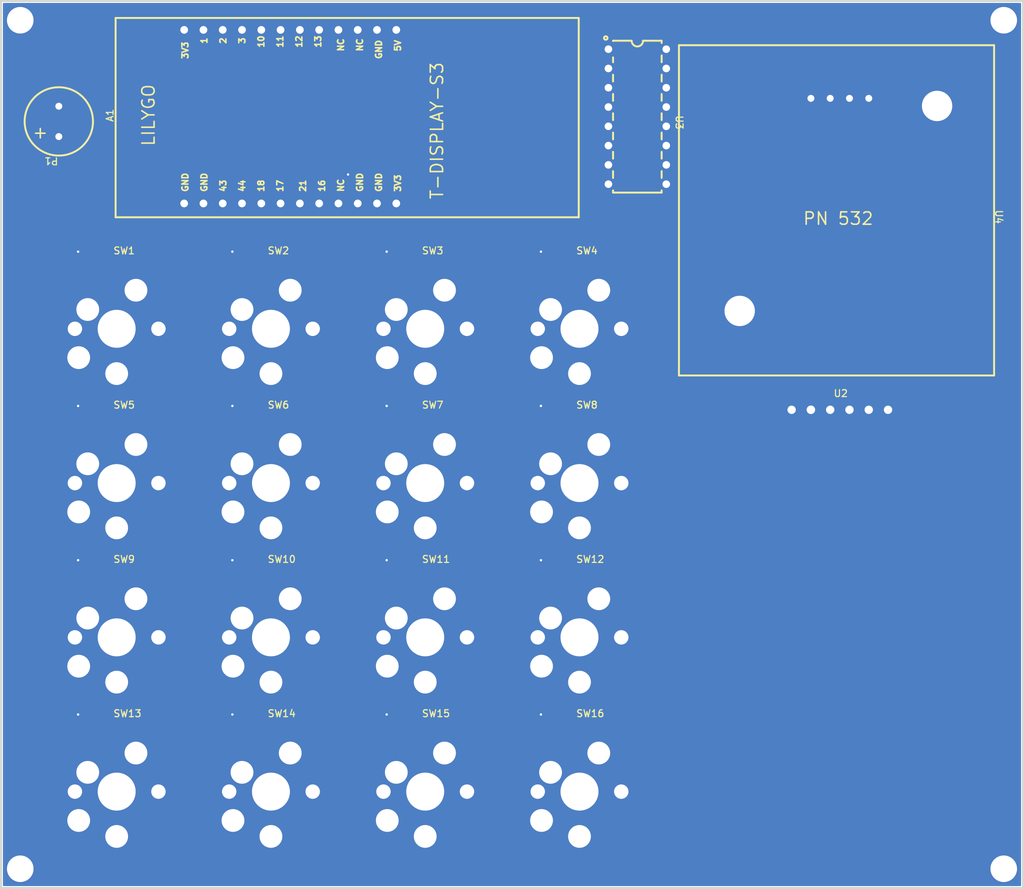
<source format=kicad_pcb>
(kicad_pcb (version 20240108) (generator "pcbnew") (generator_version "8.0")
  (layers (0 "F.Cu" signal "TopLayer") (31 "B.Cu" signal "BottomLayer") (34 "B.Paste" user "BottomPasteMaskLayer") (35 "F.Paste" user "TopPasteMaskLayer") (36 "B.SilkS" user "BottomSilkLayer") (37 "F.SilkS" user "TopSilkLayer") (38 "B.Mask" user "BottomSolderMaskLayer") (39 "F.Mask" user "TopSolderMaskLayer") (44 "Edge.Cuts" user "BoardOutLine"))
  (net 1 "")
  (net 2 "3V3")
  (net 3 "WAKEUP")
  (net 4 "TXD")
  (net 5 "RXD")
  (net 6 "VCC")
  (net 7 "SDA")
  (net 8 "GND")
  (net 9 "GPIO43")
  (net 10 "SCL")
  (net 11 "R4")
  (net 12 "R3")
  (net 13 "R2")
  (net 14 "R1")
  (net 15 "C4")
  (net 16 "C3")
  (net 17 "C2")
  (net 18 "C1")
  (footprint "Alarm Keypad:KAILH MX CHOC V1 CHOC V2 HOT SWAP" (layer "F.Cu") (at 113.18 93.64)
    (property "Reference" "SW2")
    (property "Value" "KAILH MX" (hide yes))
  )
  (footprint "Alarm Keypad:KAILH MX CHOC V1 CHOC V2 HOT SWAP" (layer "F.Cu") (at 153.82 154.6)
    (property "Reference" "SW16")
    (property "Value" "KAILH MX" (hide yes))
  )
  (footprint "Alarm Keypad:KAILH MX CHOC V1 CHOC V2 HOT SWAP" (layer "F.Cu") (at 92.86 93.64)
    (property "Reference" "SW1")
    (property "Value" "KAILH MX" (hide yes))
  )
  (footprint "Alarm Keypad:R503 FINGERPRINT READER" (layer "F.Cu") (at 189.38 104.308 180)
    (property "Reference" "U2")
    (property "Value" "R503" (hide yes))
  )
  (footprint "Alarm Keypad:TTGO T-DISPLAY-S3 AFS" (layer "F.Cu") (at 115.72 65.7 90)
    (property "Reference" "A1")
    (property "Value" "myTTGO T-DISPLAY-S3 -NO_CUTOUT" (hide yes))
  )
  (footprint "Alarm Keypad:PDIP-16_L19.7-W6.6-P2.54-LS7.6-BL" (layer "F.Cu") (at 161.44 65.7 -90)
    (property "Reference" "U3")
    (property "Value" "PCF8574AN" (hide yes))
  )
  (footprint "Alarm Keypad:KAILH MX CHOC V1 CHOC V2 HOT SWAP" (layer "F.Cu") (at 113.18 154.6)
    (property "Reference" "SW14")
    (property "Value" "KAILH MX" (hide yes))
  )
  (footprint "Alarm Keypad:KAILH MX CHOC V1 CHOC V2 HOT SWAP" (layer "F.Cu") (at 92.86 154.6)
    (property "Reference" "SW13")
    (property "Value" "KAILH MX" (hide yes))
  )
  (footprint "Alarm Keypad:PN532MOD" (layer "F.Cu") (at 187.856 78.654 -90)
    (property "Reference" "U4")
    (property "Value" "PN532MOD COPY" (hide yes))
  )
  (footprint "Alarm Keypad:KAILH MX CHOC V1 CHOC V2 HOT SWAP" (layer "F.Cu") (at 133.5 93.64)
    (property "Reference" "SW3")
    (property "Value" "KAILH MX" (hide yes))
  )
  (footprint "Alarm Keypad:KAILH MX CHOC V1 CHOC V2 HOT SWAP" (layer "F.Cu") (at 153.82 113.96)
    (property "Reference" "SW8")
    (property "Value" "KAILH MX" (hide yes))
  )
  (footprint "Alarm Keypad:KAILH MX CHOC V1 CHOC V2 HOT SWAP" (layer "F.Cu") (at 133.5 134.28)
    (property "Reference" "SW11")
    (property "Value" "KAILH MX" (hide yes))
  )
  (footprint "Alarm Keypad:PIEZO_9MM_TH" (layer "F.Cu") (at 85.24 66.325 180)
    (property "Reference" "P1")
    (property "Value" "9X9MM_SMD_PIEZO MURATA" (hide yes))
  )
  (footprint "Alarm Keypad:KAILH MX CHOC V1 CHOC V2 HOT SWAP" (layer "F.Cu") (at 92.86 134.28)
    (property "Reference" "SW9")
    (property "Value" "KAILH MX" (hide yes))
  )
  (footprint "Alarm Keypad:KAILH MX CHOC V1 CHOC V2 HOT SWAP" (layer "F.Cu") (at 92.86 113.96)
    (property "Reference" "SW5")
    (property "Value" "KAILH MX" (hide yes))
  )
  (footprint "Alarm Keypad:KAILH MX CHOC V1 CHOC V2 HOT SWAP" (layer "F.Cu") (at 153.82 134.28)
    (property "Reference" "SW12")
    (property "Value" "KAILH MX" (hide yes))
  )
  (footprint "Alarm Keypad:KAILH MX CHOC V1 CHOC V2 HOT SWAP" (layer "F.Cu") (at 133.5 154.6)
    (property "Reference" "SW15")
    (property "Value" "KAILH MX" (hide yes))
  )
  (footprint "Alarm Keypad:Hole_gge39454" (layer "F.Cu") (at 80.16 164.76)
    (property "Reference" "Hole_gge39454" (hide yes))
    (property "Value" "Hole_gge39454" (hide yes))
  )
  (footprint "Alarm Keypad:KAILH MX CHOC V1 CHOC V2 HOT SWAP" (layer "F.Cu") (at 133.5 113.96)
    (property "Reference" "SW7")
    (property "Value" "KAILH MX" (hide yes))
  )
  (footprint "Alarm Keypad:Hole_gge39439" (layer "F.Cu") (at 209.7 164.76)
    (property "Reference" "Hole_gge39439" (hide yes))
    (property "Value" "Hole_gge39439" (hide yes))
  )
  (footprint "Alarm Keypad:KAILH MX CHOC V1 CHOC V2 HOT SWAP" (layer "F.Cu") (at 113.18 134.28)
    (property "Reference" "SW10")
    (property "Value" "KAILH MX" (hide yes))
  )
  (footprint "Alarm Keypad:Hole_gge39394" (layer "F.Cu") (at 80.16 53)
    (property "Reference" "Hole_gge39394" (hide yes))
    (property "Value" "Hole_gge39394" (hide yes))
  )
  (footprint "Alarm Keypad:KAILH MX CHOC V1 CHOC V2 HOT SWAP" (layer "F.Cu") (at 153.82 93.64)
    (property "Reference" "SW4")
    (property "Value" "KAILH MX" (hide yes))
  )
  (footprint "Alarm Keypad:Hole_gge39424" (layer "F.Cu") (at 209.7 53)
    (property "Reference" "Hole_gge39424" (hide yes))
    (property "Value" "Hole_gge39424" (hide yes))
  )
  (footprint "Alarm Keypad:KAILH MX CHOC V1 CHOC V2 HOT SWAP" (layer "F.Cu") (at 113.18 113.96)
    (property "Reference" "SW6")
    (property "Value" "KAILH MX" (hide yes))
  )
  (gr_line (start 212.24 50.46) (end 212.24 167.3) (stroke (width 0.254)) (layer "Edge.Cuts"))
  (gr_line (start 77.62 50.46) (end 212.24 50.46) (stroke (width 0.254)) (layer "Edge.Cuts"))
  (gr_line (start 77.62 167.3) (end 77.62 50.46) (stroke (width 0.254)) (layer "Edge.Cuts"))
  (gr_line (start 212.24 167.3) (end 77.62 167.3) (stroke (width 0.254)) (layer "Edge.Cuts"))
  (segment (start 101.75 54.27) (end 104.036 51.984) (width 0.305) (layer "F.Cu") (net 2))
  (segment (start 103.655 60.493) (end 101.75 58.588) (width 0.305) (layer "F.Cu") (net 2))
  (segment (start 197 98.72) (end 194.46 101.26) (width 0.305) (layer "F.Cu") (net 2))
  (segment (start 194.46 101.26) (end 194.46 104.308) (width 0.305) (layer "F.Cu") (net 2))
  (segment (start 197 56.937) (end 197 98.72) (width 0.305) (layer "F.Cu") (net 2))
  (segment (start 184.808 101.26) (end 191.412 101.26) (width 0.305) (layer "F.Cu") (net 2))
  (segment (start 113.053 60.493) (end 103.655 60.493) (width 0.305) (layer "F.Cu") (net 2))
  (segment (start 129.69 77.13) (end 113.053 60.493) (width 0.305) (layer "F.Cu") (net 2))
  (segment (start 104.036 51.984) (end 165.25 51.984) (width 0.305) (layer "F.Cu") (net 2))
  (segment (start 167.536 54.27) (end 194.4625 54.27) (width 0.305) (layer "F.Cu") (net 2))
  (segment (start 181.76 104.308) (end 184.808 101.26) (width 0.305) (layer "F.Cu") (net 2))
  (segment (start 165.25 51.984) (end 167.536 54.27) (width 0.305) (layer "F.Cu") (net 2))
  (segment (start 194.4625 54.27) (end 197 56.937) (width 0.305) (layer "F.Cu") (net 2))
  (segment (start 191.412 101.26) (end 194.46 104.308) (width 0.305) (layer "F.Cu") (net 2))
  (segment (start 101.75 58.588) (end 101.75 54.27) (width 0.305) (layer "F.Cu") (net 2))
  (segment (start 191.92 55.54) (end 194.46 58.08) (width 0.254) (layer "F.Cu") (net 3))
  (segment (start 183.03 106.34) (end 184.3 105.07) (width 0.254) (layer "F.Cu") (net 3))
  (segment (start 111.91 54.27) (end 113.18 53) (width 0.254) (layer "F.Cu") (net 3))
  (segment (start 194.46 89.068) (end 180.236 103.292) (width 0.254) (layer "F.Cu") (net 3))
  (segment (start 180.49 106.34) (end 183.03 106.34) (width 0.254) (layer "F.Cu") (net 3))
  (segment (start 163.98 53) (end 166.52 55.54) (width 0.254) (layer "F.Cu") (net 3))
  (segment (start 113.18 53) (end 163.98 53) (width 0.254) (layer "F.Cu") (net 3))
  (segment (start 166.52 55.54) (end 191.92 55.54) (width 0.254) (layer "F.Cu") (net 3))
  (segment (start 194.46 58.08) (end 194.46 89.068) (width 0.254) (layer "F.Cu") (net 3))
  (segment (start 180.236 106.086) (end 180.49 106.34) (width 0.254) (layer "F.Cu") (net 3))
  (segment (start 184.3 105.07) (end 184.3 104.308) (width 0.254) (layer "F.Cu") (net 3))
  (segment (start 180.236 103.292) (end 180.236 106.086) (width 0.254) (layer "F.Cu") (net 3))
  (segment (start 80.16 82.337) (end 80.16 159.68) (width 0.254) (layer "F.Cu") (net 4))
  (segment (start 167.79 164.76) (end 167.79 139.36) (width 0.254) (layer "F.Cu") (net 4))
  (segment (start 189.38 110.15) (end 189.38 104.308) (width 0.254) (layer "F.Cu") (net 4))
  (segment (start 171.6 119.04) (end 177.95 112.69) (width 0.254) (layer "F.Cu") (net 4))
  (segment (start 86.51 166.03) (end 166.52 166.03) (width 0.254) (layer "F.Cu") (net 4))
  (segment (start 171.6 135.55) (end 171.6 119.04) (width 0.254) (layer "F.Cu") (net 4))
  (segment (start 177.95 112.69) (end 186.84 112.69) (width 0.254) (layer "F.Cu") (net 4))
  (segment (start 186.84 112.69) (end 189.38 110.15) (width 0.254) (layer "F.Cu") (net 4))
  (segment (start 111.91 78.4) (end 110.64 80.051) (width 0.254) (layer "F.Cu") (net 4))
  (segment (start 167.79 139.36) (end 171.6 135.55) (width 0.254) (layer "F.Cu") (net 4))
  (segment (start 166.52 166.03) (end 167.79 164.76) (width 0.254) (layer "F.Cu") (net 4))
  (segment (start 111.91 77.13) (end 111.91 78.4) (width 0.254) (layer "F.Cu") (net 4))
  (segment (start 80.16 159.68) (end 86.51 166.03) (width 0.254) (layer "F.Cu") (net 4))
  (segment (start 110.64 80.051) (end 82.446 80.051) (width 0.254) (layer "F.Cu") (net 4))
  (segment (start 82.446 80.051) (end 80.16 82.337) (width 0.254) (layer "F.Cu") (net 4))
  (segment (start 81.43 82.21) (end 81.43 159.68) (width 0.254) (layer "F.Cu") (net 5))
  (segment (start 111.91 80.94) (end 82.7 80.94) (width 0.254) (layer "F.Cu") (net 5))
  (segment (start 81.43 159.68) (end 86.51 164.76) (width 0.254) (layer "F.Cu") (net 5))
  (segment (start 163.98 164.76) (end 166.52 162.22) (width 0.254) (layer "F.Cu") (net 5))
  (segment (start 166.52 162.22) (end 166.52 139.36) (width 0.254) (layer "F.Cu") (net 5))
  (segment (start 166.52 139.36) (end 170.33 135.55) (width 0.254) (layer "F.Cu") (net 5))
  (segment (start 114.45 78.4) (end 111.91 80.94) (width 0.254) (layer "F.Cu") (net 5))
  (segment (start 170.33 135.55) (end 170.33 119.04) (width 0.254) (layer "F.Cu") (net 5))
  (segment (start 186.84 108.88) (end 186.84 104.308) (width 0.254) (layer "F.Cu") (net 5))
  (segment (start 184.3 111.42) (end 186.84 108.88) (width 0.254) (layer "F.Cu") (net 5))
  (segment (start 170.33 119.04) (end 177.95 111.42) (width 0.254) (layer "F.Cu") (net 5))
  (segment (start 114.45 77.13) (end 114.45 78.4) (width 0.254) (layer "F.Cu") (net 5))
  (segment (start 82.7 80.94) (end 81.43 82.21) (width 0.254) (layer "F.Cu") (net 5))
  (segment (start 177.95 111.42) (end 184.3 111.42) (width 0.254) (layer "F.Cu") (net 5))
  (segment (start 86.51 164.76) (end 163.98 164.76) (width 0.254) (layer "F.Cu") (net 5))
  (segment (start 166.52 58.08) (end 185.443 58.08) (width 0.254) (layer "F.Cu") (net 6))
  (segment (start 189.38 62.017) (end 189.38 63.287) (width 0.254) (layer "F.Cu") (net 6))
  (segment (start 185.443 58.08) (end 189.38 62.017) (width 0.254) (layer "F.Cu") (net 6))
  (segment (start 129.69 54.27) (end 163.98 54.27) (width 0.254) (layer "F.Cu") (net 6))
  (segment (start 163.98 54.27) (end 163.98 54.27) (width 0.254) (layer "F.Cu") (net 6))
  (segment (start 165.25 56.81) (end 166.52 58.08) (width 0.254) (layer "F.Cu") (net 6))
  (segment (start 165.25 55.54) (end 165.25 56.81) (width 0.254) (layer "F.Cu") (net 6))
  (segment (start 163.98 54.27) (end 165.25 55.54) (width 0.254) (layer "F.Cu") (net 6))
  (segment (start 185.57 60.62) (end 186.84 61.89) (width 0.254) (layer "F.Cu") (net 7))
  (segment (start 186.84 61.89) (end 186.84 63.287) (width 0.254) (layer "F.Cu") (net 7))
  (segment (start 165.25 59.35) (end 166.52 60.62) (width 0.254) (layer "F.Cu") (net 7))
  (segment (start 166.52 60.62) (end 185.57 60.62) (width 0.254) (layer "F.Cu") (net 7))
  (segment (start 158.9 77.13) (end 161.44 74.59) (width 0.254) (layer "B.Cu") (net 7))
  (segment (start 161.44 74.59) (end 161.44 63.16) (width 0.254) (layer "B.Cu") (net 7))
  (segment (start 118.26 75.86) (end 148.74 75.86) (width 0.254) (layer "B.Cu") (net 7))
  (segment (start 116.99 77.13) (end 118.26 75.86) (width 0.254) (layer "B.Cu") (net 7))
  (segment (start 161.44 63.16) (end 165.25 59.35) (width 0.254) (layer "B.Cu") (net 7))
  (segment (start 150.01 77.13) (end 158.9 77.13) (width 0.254) (layer "B.Cu") (net 7))
  (segment (start 148.74 75.86) (end 150.01 77.13) (width 0.254) (layer "B.Cu") (net 7))
  (segment (start 127.15 77.13) (end 123.34 73.32) (width 0.254) (layer "F.Cu") (net 8))
  (via (at 123.34 73.32) (size 0.62) (drill 0.31) (layers "F.Cu" "B.Cu") (net 8))
  (segment (start 98.025 68.325) (end 85.24 68.325) (width 0.254) (layer "F.Cu") (net 9))
  (segment (start 106.83 77.13) (end 98.025 68.325) (width 0.254) (layer "F.Cu") (net 9))
  (segment (start 165.25 61.89) (end 166.647 63.287) (width 0.254) (layer "F.Cu") (net 10))
  (segment (start 166.647 63.287) (end 184.3 63.287) (width 0.254) (layer "F.Cu") (net 10))
  (segment (start 162.71 63.16) (end 163.98 61.89) (width 0.254) (layer "B.Cu") (net 10))
  (segment (start 119.53 77.13) (end 121.689 79.289) (width 0.254) (layer "B.Cu") (net 10))
  (segment (start 163.98 61.89) (end 165.25 61.89) (width 0.254) (layer "B.Cu") (net 10))
  (segment (start 121.689 79.289) (end 158.9 79.289) (width 0.254) (layer "B.Cu") (net 10))
  (segment (start 162.71 75.479) (end 162.71 63.16) (width 0.254) (layer "B.Cu") (net 10))
  (segment (start 158.9 79.289) (end 162.71 75.479) (width 0.254) (layer "B.Cu") (net 10))
  (segment (start 108.1 144.44) (end 128.42 144.44) (width 0.254) (layer "F.Cu") (net 11))
  (segment (start 156.36 72.05) (end 157.63 72.05) (width 0.254) (layer "F.Cu") (net 11))
  (segment (start 155.09 75.86) (end 155.09 73.32) (width 0.254) (layer "F.Cu") (net 11))
  (segment (start 148.74 144.44) (end 158.9 144.44) (width 0.254) (layer "F.Cu") (net 11))
  (segment (start 128.42 144.44) (end 148.74 144.44) (width 0.254) (layer "F.Cu") (net 11))
  (segment (start 169.06 134.28) (end 169.06 83.48) (width 0.254) (layer "F.Cu") (net 11))
  (segment (start 155.09 73.32) (end 156.36 72.05) (width 0.254) (layer "F.Cu") (net 11))
  (segment (start 87.78 144.44) (end 108.1 144.44) (width 0.254) (layer "F.Cu") (net 11))
  (segment (start 163.98 78.4) (end 157.63 78.4) (width 0.254) (layer "F.Cu") (net 11))
  (segment (start 157.63 78.4) (end 155.09 75.86) (width 0.254) (layer "F.Cu") (net 11))
  (segment (start 158.9 144.44) (end 169.06 134.28) (width 0.254) (layer "F.Cu") (net 11))
  (segment (start 169.06 83.48) (end 163.98 78.4) (width 0.254) (layer "F.Cu") (net 11))
  (via (at 148.74 144.44) (size 0.62) (drill 0.31) (layers "F.Cu" "B.Cu") (net 11))
  (via (at 108.1 144.44) (size 0.62) (drill 0.31) (layers "F.Cu" "B.Cu") (net 11))
  (via (at 87.78 144.44) (size 0.62) (drill 0.31) (layers "F.Cu" "B.Cu") (net 11))
  (via (at 128.42 144.44) (size 0.62) (drill 0.31) (layers "F.Cu" "B.Cu") (net 11))
  (segment (start 85.113 157.267) (end 85.113 152.06) (width 0.254) (layer "B.Cu") (net 11))
  (segment (start 125.753 147.107) (end 128.42 144.44) (width 0.254) (layer "B.Cu") (net 11))
  (segment (start 146.073 157.267) (end 146.073 152.06) (width 0.254) (layer "B.Cu") (net 11))
  (segment (start 124.61 158.41) (end 125.753 157.267) (width 0.254) (layer "B.Cu") (net 11))
  (segment (start 144.93 158.41) (end 146.073 157.267) (width 0.254) (layer "B.Cu") (net 11))
  (segment (start 83.97 158.41) (end 85.113 157.267) (width 0.254) (layer "B.Cu") (net 11))
  (segment (start 146.073 152.06) (end 146.073 147.107) (width 0.254) (layer "B.Cu") (net 11))
  (segment (start 105.433 157.267) (end 105.433 152.06) (width 0.254) (layer "B.Cu") (net 11))
  (segment (start 85.113 147.107) (end 87.78 144.44) (width 0.254) (layer "B.Cu") (net 11))
  (segment (start 105.433 152.06) (end 105.433 147.107) (width 0.254) (layer "B.Cu") (net 11))
  (segment (start 125.753 152.06) (end 125.753 147.107) (width 0.254) (layer "B.Cu") (net 11))
  (segment (start 105.433 147.107) (end 108.1 144.44) (width 0.254) (layer "B.Cu") (net 11))
  (segment (start 146.073 147.107) (end 148.74 144.44) (width 0.254) (layer "B.Cu") (net 11))
  (segment (start 104.29 158.41) (end 105.433 157.267) (width 0.254) (layer "B.Cu") (net 11))
  (segment (start 125.753 157.267) (end 125.753 152.06) (width 0.254) (layer "B.Cu") (net 11))
  (segment (start 85.113 152.06) (end 85.113 147.107) (width 0.254) (layer "B.Cu") (net 11))
  (segment (start 148.74 124.12) (end 158.9 124.12) (width 0.254) (layer "F.Cu") (net 12))
  (segment (start 163.98 79.67) (end 157.63 79.67) (width 0.254) (layer "F.Cu") (net 12))
  (segment (start 167.79 115.23) (end 167.79 83.48) (width 0.254) (layer "F.Cu") (net 12))
  (segment (start 158.9 124.12) (end 167.79 115.23) (width 0.254) (layer "F.Cu") (net 12))
  (segment (start 108.1 124.12) (end 128.42 124.12) (width 0.254) (layer "F.Cu") (net 12))
  (segment (start 153.82 72.05) (end 156.36 69.51) (width 0.254) (layer "F.Cu") (net 12))
  (segment (start 87.78 124.12) (end 108.1 124.12) (width 0.254) (layer "F.Cu") (net 12))
  (segment (start 153.82 75.86) (end 153.82 72.05) (width 0.254) (layer "F.Cu") (net 12))
  (segment (start 156.36 69.51) (end 157.63 69.51) (width 0.254) (layer "F.Cu") (net 12))
  (segment (start 128.42 124.12) (end 148.74 124.12) (width 0.254) (layer "F.Cu") (net 12))
  (segment (start 157.63 79.67) (end 153.82 75.86) (width 0.254) (layer "F.Cu") (net 12))
  (segment (start 167.79 83.48) (end 163.98 79.67) (width 0.254) (layer "F.Cu") (net 12))
  (via (at 87.78 124.12) (size 0.62) (drill 0.31) (layers "F.Cu" "B.Cu") (net 12))
  (via (at 148.74 124.12) (size 0.62) (drill 0.31) (layers "F.Cu" "B.Cu") (net 12))
  (via (at 108.1 124.12) (size 0.62) (drill 0.31) (layers "F.Cu" "B.Cu") (net 12))
  (via (at 128.42 124.12) (size 0.62) (drill 0.31) (layers "F.Cu" "B.Cu") (net 12))
  (segment (start 105.433 126.787) (end 108.1 124.12) (width 0.254) (layer "B.Cu") (net 12))
  (segment (start 124.61 138.09) (end 125.753 136.947) (width 0.254) (layer "B.Cu") (net 12))
  (segment (start 146.073 126.787) (end 148.74 124.12) (width 0.254) (layer "B.Cu") (net 12))
  (segment (start 85.113 126.787) (end 87.78 124.12) (width 0.254) (layer "B.Cu") (net 12))
  (segment (start 105.433 136.947) (end 105.433 131.74) (width 0.254) (layer "B.Cu") (net 12))
  (segment (start 146.073 136.947) (end 146.073 131.74) (width 0.254) (layer "B.Cu") (net 12))
  (segment (start 85.113 131.74) (end 85.113 126.787) (width 0.254) (layer "B.Cu") (net 12))
  (segment (start 104.29 138.09) (end 105.433 136.947) (width 0.254) (layer "B.Cu") (net 12))
  (segment (start 105.433 131.74) (end 105.433 126.787) (width 0.254) (layer "B.Cu") (net 12))
  (segment (start 125.753 126.787) (end 128.42 124.12) (width 0.254) (layer "B.Cu") (net 12))
  (segment (start 146.073 131.74) (end 146.073 126.787) (width 0.254) (layer "B.Cu") (net 12))
  (segment (start 125.753 131.74) (end 125.753 126.787) (width 0.254) (layer "B.Cu") (net 12))
  (segment (start 85.113 136.947) (end 85.113 131.74) (width 0.254) (layer "B.Cu") (net 12))
  (segment (start 83.97 138.09) (end 85.113 136.947) (width 0.254) (layer "B.Cu") (net 12))
  (segment (start 144.93 138.09) (end 146.073 136.947) (width 0.254) (layer "B.Cu") (net 12))
  (segment (start 125.753 136.947) (end 125.753 131.74) (width 0.254) (layer "B.Cu") (net 12))
  (segment (start 108.1 103.8) (end 128.42 103.8) (width 0.254) (layer "F.Cu") (net 13))
  (segment (start 87.78 103.8) (end 108.1 103.8) (width 0.254) (layer "F.Cu") (net 13))
  (segment (start 163.98 80.94) (end 157.63 80.94) (width 0.254) (layer "F.Cu") (net 13))
  (segment (start 152.55 75.86) (end 152.55 70.78) (width 0.254) (layer "F.Cu") (net 13))
  (segment (start 148.74 103.8) (end 158.9 103.8) (width 0.254) (layer "F.Cu") (net 13))
  (segment (start 166.52 96.18) (end 166.52 83.48) (width 0.254) (layer "F.Cu") (net 13))
  (segment (start 166.52 83.48) (end 163.98 80.94) (width 0.254) (layer "F.Cu") (net 13))
  (segment (start 157.63 80.94) (end 152.55 75.86) (width 0.254) (layer "F.Cu") (net 13))
  (segment (start 156.36 66.97) (end 157.63 66.97) (width 0.254) (layer "F.Cu") (net 13))
  (segment (start 158.9 103.8) (end 166.52 96.18) (width 0.254) (layer "F.Cu") (net 13))
  (segment (start 128.42 103.8) (end 148.74 103.8) (width 0.254) (layer "F.Cu") (net 13))
  (segment (start 152.55 70.78) (end 156.36 66.97) (width 0.254) (layer "F.Cu") (net 13))
  (via (at 87.78 103.8) (size 0.62) (drill 0.31) (layers "F.Cu" "B.Cu") (net 13))
  (via (at 148.74 103.8) (size 0.62) (drill 0.31) (layers "F.Cu" "B.Cu") (net 13))
  (via (at 108.1 103.8) (size 0.62) (drill 0.31) (layers "F.Cu" "B.Cu") (net 13))
  (via (at 128.42 103.8) (size 0.62) (drill 0.31) (layers "F.Cu" "B.Cu") (net 13))
  (segment (start 125.753 106.467) (end 128.42 103.8) (width 0.254) (layer "B.Cu") (net 13))
  (segment (start 104.29 117.77) (end 105.433 116.627) (width 0.254) (layer "B.Cu") (net 13))
  (segment (start 124.61 117.77) (end 125.753 116.627) (width 0.254) (layer "B.Cu") (net 13))
  (segment (start 144.93 117.77) (end 146.073 116.627) (width 0.254) (layer "B.Cu") (net 13))
  (segment (start 125.753 111.42) (end 125.753 106.467) (width 0.254) (layer "B.Cu") (net 13))
  (segment (start 85.113 106.467) (end 87.78 103.8) (width 0.254) (layer "B.Cu") (net 13))
  (segment (start 146.073 111.42) (end 146.073 106.467) (width 0.254) (layer "B.Cu") (net 13))
  (segment (start 146.073 116.627) (end 146.073 111.42) (width 0.254) (layer "B.Cu") (net 13))
  (segment (start 85.113 116.627) (end 85.113 111.42) (width 0.254) (layer "B.Cu") (net 13))
  (segment (start 85.113 111.42) (end 85.113 106.467) (width 0.254) (layer "B.Cu") (net 13))
  (segment (start 105.433 106.467) (end 108.1 103.8) (width 0.254) (layer "B.Cu") (net 13))
  (segment (start 83.97 117.77) (end 85.113 116.627) (width 0.254) (layer "B.Cu") (net 13))
  (segment (start 146.073 106.467) (end 148.74 103.8) (width 0.254) (layer "B.Cu") (net 13))
  (segment (start 125.753 116.627) (end 125.753 111.42) (width 0.254) (layer "B.Cu") (net 13))
  (segment (start 105.433 116.627) (end 105.433 111.42) (width 0.254) (layer "B.Cu") (net 13))
  (segment (start 105.433 111.42) (end 105.433 106.467) (width 0.254) (layer "B.Cu") (net 13))
  (segment (start 148.74 83.48) (end 128.42 83.48) (width 0.254) (layer "F.Cu") (net 14))
  (segment (start 157.63 64.43) (end 156.36 64.43) (width 0.254) (layer "F.Cu") (net 14))
  (segment (start 156.36 64.43) (end 151.28 69.51) (width 0.254) (layer "F.Cu") (net 14))
  (segment (start 150.01 77.13) (end 150.01 82.21) (width 0.254) (layer "F.Cu") (net 14))
  (segment (start 150.01 82.21) (end 148.74 83.48) (width 0.254) (layer "F.Cu") (net 14))
  (segment (start 108.1 83.48) (end 87.78 83.48) (width 0.254) (layer "F.Cu") (net 14))
  (segment (start 151.28 75.86) (end 150.01 77.13) (width 0.254) (layer "F.Cu") (net 14))
  (segment (start 151.28 69.51) (end 151.28 75.86) (width 0.254) (layer "F.Cu") (net 14))
  (segment (start 128.42 83.48) (end 108.1 83.48) (width 0.254) (layer "F.Cu") (net 14))
  (via (at 128.42 83.48) (size 0.62) (drill 0.31) (layers "F.Cu" "B.Cu") (net 14))
  (via (at 148.74 83.48) (size 0.62) (drill 0.31) (layers "F.Cu" "B.Cu") (net 14))
  (via (at 87.78 83.48) (size 0.62) (drill 0.31) (layers "F.Cu" "B.Cu") (net 14))
  (via (at 108.1 83.48) (size 0.62) (drill 0.31) (layers "F.Cu" "B.Cu") (net 14))
  (segment (start 125.753 96.307) (end 125.753 91.1) (width 0.254) (layer "B.Cu") (net 14))
  (segment (start 85.113 96.307) (end 85.113 91.1) (width 0.254) (layer "B.Cu") (net 14))
  (segment (start 146.073 86.147) (end 148.74 83.48) (width 0.254) (layer "B.Cu") (net 14))
  (segment (start 144.93 97.45) (end 146.073 96.307) (width 0.254) (layer "B.Cu") (net 14))
  (segment (start 87.78 83.48) (end 85.113 86.147) (width 0.254) (layer "B.Cu") (net 14))
  (segment (start 83.97 97.45) (end 85.113 96.307) (width 0.254) (layer "B.Cu") (net 14))
  (segment (start 125.753 86.147) (end 128.42 83.48) (width 0.254) (layer "B.Cu") (net 14))
  (segment (start 124.61 97.45) (end 125.753 96.307) (width 0.254) (layer "B.Cu") (net 14))
  (segment (start 105.433 96.307) (end 105.433 91.1) (width 0.254) (layer "B.Cu") (net 14))
  (segment (start 105.433 86.147) (end 108.1 83.48) (width 0.254) (layer "B.Cu") (net 14))
  (segment (start 146.073 91.1) (end 146.073 86.147) (width 0.254) (layer "B.Cu") (net 14))
  (segment (start 105.433 91.1) (end 105.433 86.147) (width 0.254) (layer "B.Cu") (net 14))
  (segment (start 125.753 91.1) (end 125.753 86.147) (width 0.254) (layer "B.Cu") (net 14))
  (segment (start 146.073 96.307) (end 146.073 91.1) (width 0.254) (layer "B.Cu") (net 14))
  (segment (start 85.113 86.147) (end 85.113 91.1) (width 0.254) (layer "B.Cu") (net 14))
  (segment (start 104.29 97.45) (end 105.433 96.307) (width 0.254) (layer "B.Cu") (net 14))
  (segment (start 160.297 149.52) (end 161.44 150.663) (width 0.254) (layer "B.Cu") (net 15))
  (segment (start 161.44 119.04) (end 160.297 120.183) (width 0.254) (layer "B.Cu") (net 15))
  (segment (start 160.297 140.503) (end 160.297 149.52) (width 0.254) (layer "B.Cu") (net 15))
  (segment (start 161.44 150.663) (end 161.44 159.68) (width 0.254) (layer "B.Cu") (net 15))
  (segment (start 161.44 89.703) (end 161.44 98.72) (width 0.254) (layer "B.Cu") (net 15))
  (segment (start 160.297 99.863) (end 160.297 108.88) (width 0.254) (layer "B.Cu") (net 15))
  (segment (start 160.551 160.569) (end 157.63 160.569) (width 0.254) (layer "B.Cu") (net 15))
  (segment (start 161.44 139.36) (end 160.551 140.249) (width 0.254) (layer "B.Cu") (net 15))
  (segment (start 161.44 139.36) (end 160.297 140.503) (width 0.254) (layer "B.Cu") (net 15))
  (segment (start 160.297 88.56) (end 161.44 88.56) (width 0.254) (layer "B.Cu") (net 15))
  (segment (start 160.551 140.249) (end 157.63 140.249) (width 0.254) (layer "B.Cu") (net 15))
  (segment (start 170.965 72.685) (end 165.25 66.97) (width 0.254) (layer "B.Cu") (net 15))
  (segment (start 161.44 88.56) (end 170.965 79.035) (width 0.254) (layer "B.Cu") (net 15))
  (segment (start 160.297 108.88) (end 161.44 110.023) (width 0.254) (layer "B.Cu") (net 15))
  (segment (start 170.965 79.035) (end 170.965 72.685) (width 0.254) (layer "B.Cu") (net 15))
  (segment (start 160.297 129.2) (end 161.44 130.343) (width 0.254) (layer "B.Cu") (net 15))
  (segment (start 160.297 88.56) (end 161.44 89.703) (width 0.254) (layer "B.Cu") (net 15))
  (segment (start 161.44 159.68) (end 160.551 160.569) (width 0.254) (layer "B.Cu") (net 15))
  (segment (start 161.44 119.04) (end 160.551 119.929) (width 0.254) (layer "B.Cu") (net 15))
  (segment (start 161.44 110.023) (end 161.44 119.04) (width 0.254) (layer "B.Cu") (net 15))
  (segment (start 160.551 99.609) (end 157.63 99.609) (width 0.254) (layer "B.Cu") (net 15))
  (segment (start 161.44 130.343) (end 161.44 139.36) (width 0.254) (layer "B.Cu") (net 15))
  (segment (start 160.297 120.183) (end 160.297 129.2) (width 0.254) (layer "B.Cu") (net 15))
  (segment (start 161.44 98.72) (end 160.551 99.609) (width 0.254) (layer "B.Cu") (net 15))
  (segment (start 161.44 98.72) (end 160.297 99.863) (width 0.254) (layer "B.Cu") (net 15))
  (segment (start 160.551 119.929) (end 157.63 119.929) (width 0.254) (layer "B.Cu") (net 15))
  (segment (start 141.12 119.04) (end 140.231 119.929) (width 0.254) (layer "B.Cu") (net 16))
  (segment (start 139.977 149.52) (end 141.12 150.663) (width 0.254) (layer "B.Cu") (net 16))
  (segment (start 139.977 88.56) (end 141.12 89.703) (width 0.254) (layer "B.Cu") (net 16))
  (segment (start 139.977 120.183) (end 139.977 129.2) (width 0.254) (layer "B.Cu") (net 16))
  (segment (start 141.12 89.703) (end 141.12 98.72) (width 0.254) (layer "B.Cu") (net 16))
  (segment (start 169.06 73.32) (end 165.25 69.51) (width 0.254) (layer "B.Cu") (net 16))
  (segment (start 139.977 129.2) (end 141.12 130.343) (width 0.254) (layer "B.Cu") (net 16))
  (segment (start 141.12 130.343) (end 141.12 139.36) (width 0.254) (layer "B.Cu") (net 16))
  (segment (start 140.231 160.569) (end 137.31 160.569) (width 0.254) (layer "B.Cu") (net 16))
  (segment (start 141.12 98.72) (end 139.977 99.863) (width 0.254) (layer "B.Cu") (net 16))
  (segment (start 139.977 88.56) (end 139.977 85.004) (width 0.254) (layer "B.Cu") (net 16))
  (segment (start 169.06 78.908) (end 169.06 73.32) (width 0.254) (layer "B.Cu") (net 16))
  (segment (start 166.139 81.829) (end 169.06 78.908) (width 0.254) (layer "B.Cu") (net 16))
  (segment (start 141.12 139.36) (end 140.231 140.249) (width 0.254) (layer "B.Cu") (net 16))
  (segment (start 143.152 81.829) (end 166.139 81.829) (width 0.254) (layer "B.Cu") (net 16))
  (segment (start 141.12 150.663) (end 141.12 159.68) (width 0.254) (layer "B.Cu") (net 16))
  (segment (start 140.231 99.609) (end 137.31 99.609) (width 0.254) (layer "B.Cu") (net 16))
  (segment (start 141.12 159.68) (end 140.231 160.569) (width 0.254) (layer "B.Cu") (net 16))
  (segment (start 141.12 98.72) (end 140.231 99.609) (width 0.254) (layer "B.Cu") (net 16))
  (segment (start 141.12 119.04) (end 139.977 120.183) (width 0.254) (layer "B.Cu") (net 16))
  (segment (start 140.231 140.249) (end 137.31 140.249) (width 0.254) (layer "B.Cu") (net 16))
  (segment (start 139.977 85.004) (end 143.152 81.829) (width 0.254) (layer "B.Cu") (net 16))
  (segment (start 141.12 139.36) (end 139.977 140.503) (width 0.254) (layer "B.Cu") (net 16))
  (segment (start 139.977 99.863) (end 139.977 108.88) (width 0.254) (layer "B.Cu") (net 16))
  (segment (start 139.977 108.88) (end 141.12 110.023) (width 0.254) (layer "B.Cu") (net 16))
  (segment (start 140.231 119.929) (end 137.31 119.929) (width 0.254) (layer "B.Cu") (net 16))
  (segment (start 139.977 140.503) (end 139.977 149.52) (width 0.254) (layer "B.Cu") (net 16))
  (segment (start 141.12 110.023) (end 141.12 119.04) (width 0.254) (layer "B.Cu") (net 16))
  (segment (start 166.901 73.701) (end 165.25 72.05) (width 0.254) (layer "B.Cu") (net 17))
  (segment (start 120.8 159.68) (end 119.911 160.569) (width 0.254) (layer "B.Cu") (net 17))
  (segment (start 120.8 89.703) (end 120.8 98.72) (width 0.254) (layer "B.Cu") (net 17))
  (segment (start 119.657 140.503) (end 119.657 149.52) (width 0.254) (layer "B.Cu") (net 17))
  (segment (start 119.657 108.88) (end 120.8 110.023) (width 0.254) (layer "B.Cu") (net 17))
  (segment (start 119.911 99.609) (end 116.99 99.609) (width 0.254) (layer "B.Cu") (net 17))
  (segment (start 119.657 149.52) (end 120.8 150.663) (width 0.254) (layer "B.Cu") (net 17))
  (segment (start 119.657 85.639) (end 124.356 80.94) (width 0.254) (layer "B.Cu") (net 17))
  (segment (start 120.8 150.663) (end 120.8 159.68) (width 0.254) (layer "B.Cu") (net 17))
  (segment (start 119.657 99.863) (end 119.657 108.88) (width 0.254) (layer "B.Cu") (net 17))
  (segment (start 119.657 88.56) (end 120.8 89.703) (width 0.254) (layer "B.Cu") (net 17))
  (segment (start 120.8 98.72) (end 119.911 99.609) (width 0.254) (layer "B.Cu") (net 17))
  (segment (start 119.911 160.569) (end 116.99 160.569) (width 0.254) (layer "B.Cu") (net 17))
  (segment (start 120.8 110.023) (end 120.8 119.04) (width 0.254) (layer "B.Cu") (net 17))
  (segment (start 166.901 77.003) (end 166.901 73.701) (width 0.254) (layer "B.Cu") (net 17))
  (segment (start 119.911 140.249) (end 116.99 140.249) (width 0.254) (layer "B.Cu") (net 17))
  (segment (start 124.356 80.94) (end 162.964 80.94) (width 0.254) (layer "B.Cu") (net 17))
  (segment (start 119.657 88.56) (end 119.657 85.639) (width 0.254) (layer "B.Cu") (net 17))
  (segment (start 119.911 119.929) (end 116.99 119.929) (width 0.254) (layer "B.Cu") (net 17))
  (segment (start 162.964 80.94) (end 166.901 77.003) (width 0.254) (layer "B.Cu") (net 17))
  (segment (start 120.8 130.343) (end 120.8 139.36) (width 0.254) (layer "B.Cu") (net 17))
  (segment (start 120.8 119.04) (end 119.657 120.183) (width 0.254) (layer "B.Cu") (net 17))
  (segment (start 119.657 129.2) (end 120.8 130.343) (width 0.254) (layer "B.Cu") (net 17))
  (segment (start 120.8 98.72) (end 119.657 99.863) (width 0.254) (layer "B.Cu") (net 17))
  (segment (start 120.8 119.04) (end 119.911 119.929) (width 0.254) (layer "B.Cu") (net 17))
  (segment (start 120.8 139.36) (end 119.657 140.503) (width 0.254) (layer "B.Cu") (net 17))
  (segment (start 119.657 120.183) (end 119.657 129.2) (width 0.254) (layer "B.Cu") (net 17))
  (segment (start 120.8 139.36) (end 119.911 140.249) (width 0.254) (layer "B.Cu") (net 17))
  (segment (start 100.48 130.343) (end 100.48 139.36) (width 0.254) (layer "B.Cu") (net 18))
  (segment (start 99.337 129.2) (end 100.48 130.343) (width 0.254) (layer "B.Cu") (net 18))
  (segment (start 99.591 160.569) (end 96.67 160.569) (width 0.254) (layer "B.Cu") (net 18))
  (segment (start 99.337 88.56) (end 99.337 82.21) (width 0.254) (layer "B.Cu") (net 18))
  (segment (start 159.789 80.051) (end 165.25 74.59) (width 0.254) (layer "B.Cu") (net 18))
  (segment (start 99.337 108.88) (end 100.48 110.023) (width 0.254) (layer "B.Cu") (net 18))
  (segment (start 99.337 99.863) (end 99.337 108.88) (width 0.254) (layer "B.Cu") (net 18))
  (segment (start 100.48 89.703) (end 100.48 98.72) (width 0.254) (layer "B.Cu") (net 18))
  (segment (start 100.48 110.023) (end 100.48 119.04) (width 0.254) (layer "B.Cu") (net 18))
  (segment (start 100.48 98.72) (end 99.337 99.863) (width 0.254) (layer "B.Cu") (net 18))
  (segment (start 99.591 99.609) (end 96.67 99.609) (width 0.254) (layer "B.Cu") (net 18))
  (segment (start 100.48 119.04) (end 99.337 120.183) (width 0.254) (layer "B.Cu") (net 18))
  (segment (start 99.337 140.503) (end 99.337 149.52) (width 0.254) (layer "B.Cu") (net 18))
  (segment (start 100.48 119.04) (end 99.591 119.929) (width 0.254) (layer "B.Cu") (net 18))
  (segment (start 99.337 120.183) (end 99.337 129.2) (width 0.254) (layer "B.Cu") (net 18))
  (segment (start 100.48 139.36) (end 99.591 140.249) (width 0.254) (layer "B.Cu") (net 18))
  (segment (start 99.591 119.929) (end 96.67 119.929) (width 0.254) (layer "B.Cu") (net 18))
  (segment (start 101.496 80.051) (end 159.789 80.051) (width 0.254) (layer "B.Cu") (net 18))
  (segment (start 99.591 140.249) (end 96.67 140.249) (width 0.254) (layer "B.Cu") (net 18))
  (segment (start 100.48 150.663) (end 100.48 159.68) (width 0.254) (layer "B.Cu") (net 18))
  (segment (start 100.48 98.72) (end 99.591 99.609) (width 0.254) (layer "B.Cu") (net 18))
  (segment (start 99.337 82.21) (end 101.496 80.051) (width 0.254) (layer "B.Cu") (net 18))
  (segment (start 99.337 88.56) (end 100.48 89.703) (width 0.254) (layer "B.Cu") (net 18))
  (segment (start 100.48 139.36) (end 99.337 140.503) (width 0.254) (layer "B.Cu") (net 18))
  (segment (start 100.48 159.68) (end 99.591 160.569) (width 0.254) (layer "B.Cu") (net 18))
  (segment (start 99.337 149.52) (end 100.48 150.663) (width 0.254) (layer "B.Cu") (net 18))
  (zone (net 8) (net_name "GND") (layer "B.Cu") (priority 99) (connect_pads (clearance 0.254)) (min_thickness 0.254) (fill yes (thermal_gap 0.254) (thermal_bridge_width 0.254))
    (polygon (pts (xy 212.24 167.3) (xy 212.24 50.46) (xy 77.62 50.46) (xy 77.62 167.3) (xy 77.747 167.3)))
  )
)
</source>
